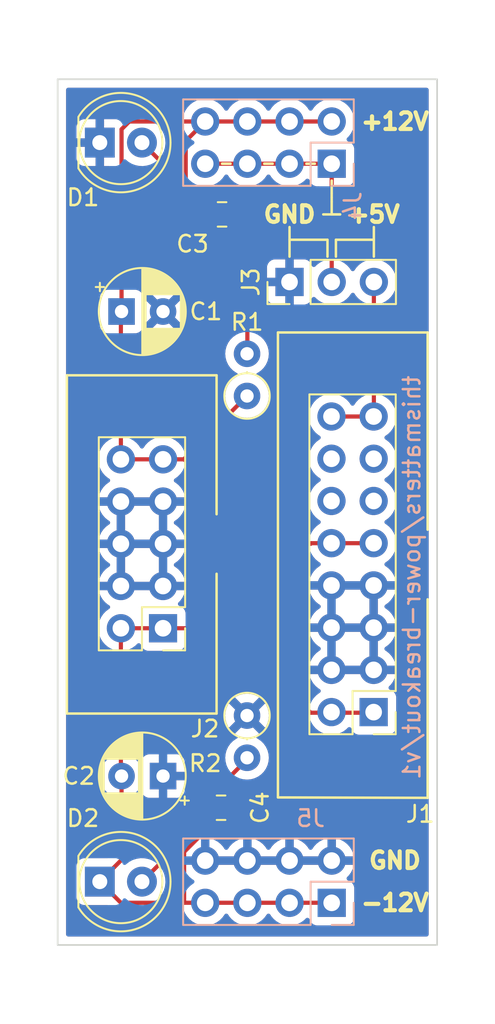
<source format=kicad_pcb>
(kicad_pcb (version 20211014) (generator pcbnew)
  (layers (0 "F.Cu" signal) (31 "B.Cu" signal) (34 "B.Paste" user) (35 "F.Paste" user) (36 "B.SilkS" user "B.Silkscreen") (37 "F.SilkS" user "F.Silkscreen") (38 "B.Mask" user) (39 "F.Mask" user) (44 "Edge.Cuts" user))
  (net 0 "")
  (net 1 "+12V")
  (net 2 "-12V")
  (net 3 "Net-(D1-Pad2)")
  (net 4 "Net-(D2-Pad2)")
  (net 9 "+5V")
  (net 10 "Net-(J3-Pad2)")
  (net 11 "GND")
  (footprint "Capacitor_SMD:C_0805_2012Metric" (layer "F.Cu") (at 100.015 116.205 180)
    (fp_text reference "C4" (at -2.352 0 90) (layer "F.SilkS"))
    (fp_text value "10n")
    (fp_line (start -0.261252 -0.735) (end 0.261252 -0.735) (layer "F.SilkS") (width 0.12))
    (fp_line (start -0.261252 0.735) (end 0.261252 0.735) (layer "F.SilkS") (width 0.12))
    (pad "1" smd roundrect (at -0.95 0 180) (size 1 1.45) (layers "F.Cu" "F.Paste" "F.Mask") (net 11 "GND"))
    (pad "2" smd roundrect (at 0.95 0 180) (size 1 1.45) (layers "F.Cu" "F.Paste" "F.Mask") (net 2 "-12V"))
  )
  (footprint "LED_THT:LED_D5.0mm" (layer "F.Cu") (at 92.71 120.65)
    (fp_text reference "D2" (at -1.016 -3.81) (layer "F.SilkS"))
    (fp_text value "LED")
    (fp_line (start -1.29 -1.545) (end -1.29 1.545) (layer "F.SilkS") (width 0.12))
    (fp_arc (start -1.29 -1.54483) (mid 2.072002 -2.880433) (end 4.26 0.000462) (layer "F.SilkS") (width 0.12))
    (fp_arc (start 4.26 -0.000462) (mid 2.072002 2.880433) (end -1.29 1.54483) (layer "F.SilkS") (width 0.12))
    (fp_circle (center 1.27 0) (end 3.77 0) (layer "F.SilkS") (width 0.12) (fill none))
    (pad "1" thru_hole rect (at 0 0) (size 1.8 1.8) (drill 0.9) (layers *.Cu *.Mask) (net 2 "-12V"))
    (pad "2" thru_hole circle (at 2.54 0) (size 1.8 1.8) (drill 0.9) (layers *.Cu *.Mask) (net 4 "Net-(D2-Pad2)"))
  )
  (footprint "Eurorack:PinHeader_2x05_P2.54mm_Vertical" (layer "F.Cu") (at 96.52 105.41 180)
    (fp_text reference "J2" (at -2.5273 -6.0452 180) (layer "F.SilkS"))
    (fp_text value "Conn_02x05_Odd_Even")
    (fp_line (start -1.33 1.27) (end -1.33 11.49) (layer "F.SilkS") (width 0.12))
    (fp_line (start -3.2258 -5.1308) (end 5.7912 -5.1308) (layer "F.SilkS") (width 0.15))
    (fp_line (start -1.33 0) (end -1.33 -1.33) (layer "F.SilkS") (width 0.12))
    (fp_line (start -3.2258 3.2766) (end -3.2258 -5.1308) (layer "F.SilkS") (width 0.15))
    (fp_line (start 5.7912 15.2146) (end -3.2258 15.2146) (layer "F.SilkS") (width 0.15))
    (fp_line (start -3.2258 15.2146) (end -3.2258 6.858) (layer "F.SilkS") (width 0.15))
    (fp_line (start 1.27 -1.33) (end 3.87 -1.33) (layer "F.SilkS") (width 0.12))
    (fp_line (start -1.33 -1.33) (end 0 -1.33) (layer "F.SilkS") (width 0.12))
    (fp_line (start 3.87 -1.33) (end 3.87 11.49) (layer "F.SilkS") (width 0.12))
    (fp_line (start 1.27 1.27) (end 1.27 -1.33) (layer "F.SilkS") (width 0.12))
    (fp_line (start -1.33 11.49) (end 3.87 11.49) (layer "F.SilkS") (width 0.12))
    (fp_line (start 5.7912 -5.1308) (end 5.7912 15.2146) (layer "F.SilkS") (width 0.15))
    (fp_line (start -1.33 1.27) (end 1.27 1.27) (layer "F.SilkS") (width 0.12))
    (pad "1" thru_hole rect (at 0 0 180) (size 1.7 1.7) (drill 1) (layers *.Cu *.Mask) (net 2 "-12V"))
    (pad "2" thru_hole oval (at 2.54 0 180) (size 1.7 1.7) (drill 1) (layers *.Cu *.Mask) (net 2 "-12V"))
    (pad "3" thru_hole oval (at 0 2.54 180) (size 1.7 1.7) (drill 1) (layers *.Cu *.Mask) (net 11 "GND"))
    (pad "4" thru_hole oval (at 2.54 2.54 180) (size 1.7 1.7) (drill 1) (layers *.Cu *.Mask) (net 11 "GND"))
    (pad "5" thru_hole oval (at 0 5.08 180) (size 1.7 1.7) (drill 1) (layers *.Cu *.Mask) (net 11 "GND"))
    (pad "6" thru_hole oval (at 2.54 5.08 180) (size 1.7 1.7) (drill 1) (layers *.Cu *.Mask) (net 11 "GND"))
    (pad "7" thru_hole oval (at 0 7.62 180) (size 1.7 1.7) (drill 1) (layers *.Cu *.Mask) (net 11 "GND"))
    (pad "8" thru_hole oval (at 2.54 7.62 180) (size 1.7 1.7) (drill 1) (layers *.Cu *.Mask) (net 11 "GND"))
    (pad "9" thru_hole oval (at 0 10.16 180) (size 1.7 1.7) (drill 1) (layers *.Cu *.Mask) (net 1 "+12V"))
    (pad "10" thru_hole oval (at 2.54 10.16 180) (size 1.7 1.7) (drill 1) (layers *.Cu *.Mask) (net 1 "+12V"))
  )
  (footprint "Resistor_THT:R_Axial_DIN0207_L6.3mm_D2.5mm_P2.54mm_Vertical" (layer "F.Cu") (at 101.58 91.44 90)
    (fp_text reference "R1" (at 4.445 0 180) (layer "F.SilkS"))
    (fp_text value "220")
    (fp_line (start 1.37 0) (end 1.44 0) (layer "F.SilkS") (width 0.12))
    (fp_circle (center 0 0) (end 1.37 0) (layer "F.SilkS") (width 0.12) (fill none))
    (pad "1" thru_hole circle (at 0 0 90) (size 1.6 1.6) (drill 0.8) (layers *.Cu *.Mask) (net 1 "+12V"))
    (pad "2" thru_hole oval (at 2.54 0 90) (size 1.6 1.6) (drill 0.8) (layers *.Cu *.Mask) (net 3 "Net-(D1-Pad2)"))
  )
  (footprint "Capacitor_SMD:C_0805_2012Metric" (layer "F.Cu") (at 100.076 80.518)
    (fp_text reference "C3" (at -1.778 1.778 180) (layer "F.SilkS"))
    (fp_text value "10n")
    (fp_line (start -0.261252 0.735) (end 0.261252 0.735) (layer "F.SilkS") (width 0.12))
    (fp_line (start -0.261252 -0.735) (end 0.261252 -0.735) (layer "F.SilkS") (width 0.12))
    (pad "1" smd roundrect (at -0.95 0) (size 1 1.45) (layers "F.Cu" "F.Paste" "F.Mask") (net 1 "+12V"))
    (pad "2" smd roundrect (at 0.95 0) (size 1 1.45) (layers "F.Cu" "F.Paste" "F.Mask") (net 11 "GND"))
  )
  (footprint "Connector_PinHeader_2.54mm:PinHeader_1x03_P2.54mm_Vertical" (layer "F.Cu") (at 104.14 84.582 90)
    (fp_text reference "J3" (at 0 -2.33 90) (layer "F.SilkS"))
    (fp_text value "Conn_01x03_Male")
    (fp_line (start -1.33 -1.33) (end 0 -1.33) (layer "F.SilkS") (width 0.12))
    (fp_line (start -1.33 1.27) (end -1.33 6.41) (layer "F.SilkS") (width 0.12))
    (fp_line (start -1.33 0) (end -1.33 -1.33) (layer "F.SilkS") (width 0.12))
    (fp_line (start -1.33 1.27) (end 1.33 1.27) (layer "F.SilkS") (width 0.12))
    (fp_line (start -1.33 6.41) (end 1.33 6.41) (layer "F.SilkS") (width 0.12))
    (fp_line (start 1.33 1.27) (end 1.33 6.41) (layer "F.SilkS") (width 0.12))
    (pad "1" thru_hole rect (at 0 0 90) (size 1.7 1.7) (drill 1) (layers *.Cu *.Mask) (net 11 "GND"))
    (pad "2" thru_hole oval (at 0 2.54 90) (size 1.7 1.7) (drill 1) (layers *.Cu *.Mask) (net 10 "Net-(J3-Pad2)"))
    (pad "3" thru_hole oval (at 0 5.08 90) (size 1.7 1.7) (drill 1) (layers *.Cu *.Mask) (net 9 "+5V"))
  )
  (footprint "LED_THT:LED_D5.0mm" (layer "F.Cu") (at 92.71 76.2)
    (fp_text reference "D1" (at -1.016 3.302) (layer "F.SilkS"))
    (fp_text value "LED")
    (fp_line (start -1.29 -1.545) (end -1.29 1.545) (layer "F.SilkS") (width 0.12))
    (fp_arc (start -1.29 -1.54483) (mid 2.072002 -2.880433) (end 4.26 0.000462) (layer "F.SilkS") (width 0.12))
    (fp_arc (start 4.26 -0.000462) (mid 2.072002 2.880433) (end -1.29 1.54483) (layer "F.SilkS") (width 0.12))
    (fp_circle (center 1.27 0) (end 3.77 0) (layer "F.SilkS") (width 0.12) (fill none))
    (pad "1" thru_hole rect (at 0 0) (size 1.8 1.8) (drill 0.9) (layers *.Cu *.Mask) (net 11 "GND"))
    (pad "2" thru_hole circle (at 2.54 0) (size 1.8 1.8) (drill 0.9) (layers *.Cu *.Mask) (net 3 "Net-(D1-Pad2)"))
  )
  (footprint "Eurorack:PinHeader_2x08_P2.54mm_Vertical" (layer "F.Cu") (at 109.2073 110.4542 180)
    (fp_text reference "J1" (at -2.8067 -6.1318 180) (layer "F.SilkS"))
    (fp_text value "Conn_02x08_Odd_Even")
    (fp_line (start -3.2512 6.7818) (end -3.2512 -5.1562) (layer "F.SilkS") (width 0.15))
    (fp_line (start -1.33 1.27) (end -1.33 19.11) (layer "F.SilkS") (width 0.12))
    (fp_line (start -1.33 0) (end -1.33 -1.33) (layer "F.SilkS") (width 0.12))
    (fp_line (start 5.7658 22.8346) (end -3.2512 22.8346) (layer "F.SilkS") (width 0.15))
    (fp_line (start 1.27 1.27) (end 1.27 -1.33) (layer "F.SilkS") (width 0.12))
    (fp_line (start 3.87 -1.33) (end 3.87 19.11) (layer "F.SilkS") (width 0.12))
    (fp_line (start -1.33 1.27) (end 1.27 1.27) (layer "F.SilkS") (width 0.12))
    (fp_line (start -3.2512 22.8346) (end -3.2512 10.9728) (layer "F.SilkS") (width 0.15))
    (fp_line (start -1.33 -1.33) (end 0 -1.33) (layer "F.SilkS") (width 0.12))
    (fp_line (start 1.27 -1.33) (end 3.87 -1.33) (layer "F.SilkS") (width 0.12))
    (fp_line (start -1.33 19.11) (end 3.87 19.11) (layer "F.SilkS") (width 0.12))
    (fp_line (start 5.7658 -5.1308) (end 5.7658 22.8346) (layer "F.SilkS") (width 0.15))
    (fp_line (start -3.2512 -5.1562) (end 5.7658 -5.1308) (layer "F.SilkS") (width 0.15))
    (pad "1" thru_hole rect (at 0 0 180) (size 1.7 1.7) (drill 1) (layers *.Cu *.Mask) (net 2 "-12V"))
    (pad "2" thru_hole oval (at 2.54 0 180) (size 1.7 1.7) (drill 1) (layers *.Cu *.Mask) (net 2 "-12V"))
    (pad "3" thru_hole oval (at 0 2.54 180) (size 1.7 1.7) (drill 1) (layers *.Cu *.Mask) (net 11 "GND"))
    (pad "4" thru_hole oval (at 2.54 2.54 180) (size 1.7 1.7) (drill 1) (layers *.Cu *.Mask) (net 11 "GND"))
    (pad "5" thru_hole oval (at 0 5.08 180) (size 1.7 1.7) (drill 1) (layers *.Cu *.Mask) (net 11 "GND"))
    (pad "6" thru_hole oval (at 2.54 5.08 180) (size 1.7 1.7) (drill 1) (layers *.Cu *.Mask) (net 11 "GND"))
    (pad "7" thru_hole oval (at 0 7.62 180) (size 1.7 1.7) (drill 1) (layers *.Cu *.Mask) (net 11 "GND"))
    (pad "8" thru_hole oval (at 2.54 7.62 180) (size 1.7 1.7) (drill 1) (layers *.Cu *.Mask) (net 11 "GND"))
    (pad "9" thru_hole oval (at 0 10.16 180) (size 1.7 1.7) (drill 1) (layers *.Cu *.Mask) (net 1 "+12V"))
    (pad "10" thru_hole oval (at 2.54 10.16 180) (size 1.7 1.7) (drill 1) (layers *.Cu *.Mask) (net 1 "+12V"))
    (pad "11" thru_hole oval (at 0 12.7 180) (size 1.7 1.7) (drill 1) (layers *.Cu *.Mask))
    (pad "12" thru_hole oval (at 2.54 12.7 180) (size 1.7 1.7) (drill 1) (layers *.Cu *.Mask))
    (pad "13" thru_hole oval (at 0 15.24 180) (size 1.7 1.7) (drill 1) (layers *.Cu *.Mask))
    (pad "14" thru_hole oval (at 2.54 15.24 180) (size 1.7 1.7) (drill 1) (layers *.Cu *.Mask))
    (pad "15" thru_hole oval (at 0 17.78 180) (size 1.7 1.7) (drill 1) (layers *.Cu *.Mask) (net 9 "+5V"))
    (pad "16" thru_hole oval (at 2.54 17.78 180) (size 1.7 1.7) (drill 1) (layers *.Cu *.Mask) (net 9 "+5V"))
  )
  (footprint "Capacitor_THT:CP_Radial_D5.0mm_P2.50mm" (layer "F.Cu") (at 96.52 114.3 180)
    (fp_text reference "C2" (at 5.08 0) (layer "F.SilkS"))
    (fp_text value "22u 50v")
    (fp_line (start 2.291 -2.365) (end 2.291 -1.04) (layer "F.SilkS") (width 0.12))
    (fp_line (start 1.81 1.04) (end 1.81 2.52) (layer "F.SilkS") (width 0.12))
    (fp_line (start 2.251 -2.382) (end 2.251 -1.04) (layer "F.SilkS") (width 0.12))
    (fp_line (start 1.53 -2.565) (end 1.53 -1.04) (layer "F.SilkS") (width 0.12))
    (fp_line (start 2.931 -1.971) (end 2.931 -1.04) (layer "F.SilkS") (width 0.12))
    (fp_line (start 1.89 -2.501) (end 1.89 -1.04) (layer "F.SilkS") (width 0.12))
    (fp_line (start 3.491 1.04) (end 3.491 1.319) (layer "F.SilkS") (width 0.12))
    (fp_line (start 1.49 1.04) (end 1.49 2.569) (layer "F.SilkS") (width 0.12))
    (fp_line (start 1.93 -2.491) (end 1.93 -1.04) (layer "F.SilkS") (width 0.12))
    (fp_line (start 3.091 1.04) (end 3.091 1.826) (layer "F.SilkS") (width 0.12))
    (fp_line (start 2.651 1.04) (end 2.651 2.175) (layer "F.SilkS") (width 0.12))
    (fp_line (start 1.41 -2.576) (end 1.41 2.576) (layer "F.SilkS") (width 0.12))
    (fp_line (start 2.611 -2.2) (end 2.611 -1.04) (layer "F.SilkS") (width 0.12))
    (fp_line (start 1.25 -2.58) (end 1.25 2.58) (layer "F.SilkS") (width 0.12))
    (fp_line (start 2.571 -2.224) (end 2.571 -1.04) (layer "F.SilkS") (width 0.12))
    (fp_line (start 3.131 1.04) (end 3.131 1.785) (layer "F.SilkS") (width 0.12))
    (fp_line (start 2.411 -2.31) (end 2.411 -1.04) (layer "F.SilkS") (width 0.12))
    (fp_line (start 2.331 1.04) (end 2.331 2.348) (layer "F.SilkS") (width 0.12))
    (fp_line (start 2.291 1.04) (end 2.291 2.365) (layer "F.SilkS") (width 0.12))
    (fp_line (start 2.851 1.04) (end 2.851 2.035) (layer "F.SilkS") (width 0.12))
    (fp_line (start 3.171 -1.743) (end 3.171 -1.04) (layer "F.SilkS") (width 0.12))
    (fp_line (start 2.371 1.04) (end 2.371 2.329) (layer "F.SilkS") (width 0.12))
    (fp_line (start 3.331 1.04) (end 3.331 1.554) (layer "F.SilkS") (width 0.12))
    (fp_line (start 1.971 -2.48) (end 1.971 -1.04) (layer "F.SilkS") (width 0.12))
    (fp_line (start 3.051 1.04) (end 3.051 1.864) (layer "F.SilkS") (width 0.12))
    (fp_line (start 3.411 -1.443) (end 3.411 -1.04) (layer "F.SilkS") (width 0.12))
    (fp_line (start 1.73 -2.536) (end 1.73 -1.04) (layer "F.SilkS") (width 0.12))
    (fp_line (start 1.89 1.04) (end 1.89 2.501) (layer "F.SilkS") (width 0.12))
    (fp_line (start 2.891 1.04) (end 2.891 2.004) (layer "F.SilkS") (width 0.12))
    (fp_line (start 1.69 1.04) (end 1.69 2.543) (layer "F.SilkS") (width 0.12))
    (fp_line (start 2.371 -2.329) (end 2.371 -1.04) (layer "F.SilkS") (width 0.12))
    (fp_line (start 3.211 1.04) (end 3.211 1.699) (layer "F.SilkS") (width 0.12))
    (fp_line (start 2.531 1.04) (end 2.531 2.247) (layer "F.SilkS") (width 0.12))
    (fp_line (start 1.33 -2.579) (end 1.33 2.579) (layer "F.SilkS") (width 0.12))
    (fp_line (start 2.651 -2.175) (end 2.651 -1.04) (layer "F.SilkS") (width 0.12))
    (fp_line (start 1.61 -2.556) (end 1.61 -1.04) (layer "F.SilkS") (width 0.12))
    (fp_line (start 3.291 -1.605) (end 3.291 -1.04) (layer "F.SilkS") (width 0.12))
    (fp_line (start 1.65 -2.55) (end 1.65 -1.04) (layer "F.SilkS") (width 0.12))
    (fp_line (start 1.85 1.04) (end 1.85 2.511) (layer "F.SilkS") (width 0.12))
    (fp_line (start 2.131 -2.428) (end 2.131 -1.04) (layer "F.SilkS") (width 0.12))
    (fp_line (start 3.011 -1.901) (end 3.011 -1.04) (layer "F.SilkS") (width 0.12))
    (fp_line (start 2.131 1.04) (end 2.131 2.428) (layer "F.SilkS") (width 0.12))
    (fp_line (start 2.771 1.04) (end 2.771 2.095) (layer "F.SilkS") (width 0.12))
    (fp_line (start 3.451 1.04) (end 3.451 1.383) (layer "F.SilkS") (width 0.12))
    (fp_line (start 1.29 -2.58) (end 1.29 2.58) (layer "F.SilkS") (width 0.12))
    (fp_line (start 3.291 1.04) (end 3.291 1.605) (layer "F.SilkS") (width 0.12))
    (fp_line (start 1.93 1.04) (end 1.93 2.491) (layer "F.SilkS") (width 0.12))
    (fp_line (start 1.57 -2.561) (end 1.57 -1.04) (layer "F.SilkS") (width 0.12))
    (fp_line (start 1.69 -2.543) (end 1.69 -1.04) (layer "F.SilkS") (width 0.12))
    (fp_line (start 3.571 -1.178) (end 3.571 1.178) (layer "F.SilkS") (width 0.12))
    (fp_line (start 2.091 1.04) (end 2.091 2.442) (layer "F.SilkS") (width 0.12))
    (fp_line (start 3.771 -0.677) (end 3.771 0.677) (layer "F.SilkS") (width 0.12))
    (fp_line (start 2.491 -2.268) (end 2.491 -1.04) (layer "F.SilkS") (width 0.12))
    (fp_line (start 3.491 -1.319) (end 3.491 -1.04) (layer "F.SilkS") (width 0.12))
    (fp_line (start 2.211 1.04) (end 2.211 2.398) (layer "F.SilkS") (width 0.12))
    (fp_line (start 1.81 -2.52) (end 1.81 -1.04) (layer "F.SilkS") (width 0.12))
    (fp_line (start 3.211 -1.699) (end 3.211 -1.04) (layer "F.SilkS") (width 0.12))
    (fp_line (start 3.251 1.04) (end 3.251 1.653) (layer "F.SilkS") (width 0.12))
    (fp_line (start 3.531 -1.251) (end 3.531 -1.04) (layer "F.SilkS") (width 0.12))
    (fp_line (start 2.771 -2.095) (end 2.771 -1.04) (layer "F.SilkS") (width 0.12))
    (fp_line (start 2.451 -2.29) (end 2.451 -1.04) (layer "F.SilkS") (width 0.12))
    (fp_line (start 1.57 1.04) (end 1.57 2.561) (layer "F.SilkS") (width 0.12))
    (fp_line (start 3.371 1.04) (end 3.371 1.5) (layer "F.SilkS") (width 0.12))
    (fp_line (start 2.611 1.04) (end 2.611 2.2) (layer "F.SilkS") (width 0.12))
    (fp_line (start 3.691 -0.915) (end 3.691 0.915) (layer "F.SilkS") (width 0.12))
    (fp_line (start 3.411 1.04) (end 3.411 1.443) (layer "F.SilkS") (width 0.12))
    (fp_line (start -1.554775 -1.475) (end -1.054775 -1.475) (layer "F.SilkS") (width 0.12))
    (fp_line (start 2.691 1.04) (end 2.691 2.149) (layer "F.SilkS") (width 0.12))
    (fp_line (start 2.851 -2.035) (end 2.851 -1.04) (layer "F.SilkS") (width 0.12))
    (fp_line (start 3.531 1.04) (end 3.531 1.251) (layer "F.SilkS") (width 0.12))
    (fp_line (start 2.571 1.04) (end 2.571 2.224) (layer "F.SilkS") (width 0.12))
    (fp_line (start 2.171 -2.414) (end 2.171 -1.04) (layer "F.SilkS") (width 0.12))
    (fp_line (start 3.811 -0.518) (end 3.811 0.518) (layer "F.SilkS") (width 0.12))
    (fp_line (start 2.811 1.04) (end 2.811 2.065) (layer "F.SilkS") (width 0.12))
    (fp_line (start 2.331 -2.348) (end 2.331 -1.04) (layer "F.SilkS") (width 0.12))
    (fp_line (start 2.011 -2.468) (end 2.011 -1.04) (layer "F.SilkS") (width 0.12))
    (fp_line (start 1.77 -2.528) (end 1.77 -1.04) (layer "F.SilkS") (width 0.12))
    (fp_line (start 2.251 1.04) (end 2.251 2.382) (layer "F.SilkS") (width 0.12))
    (fp_line (start 2.411 1.04) (end 2.411 2.31) (layer "F.SilkS") (width 0.12))
    (fp_line (start 1.61 1.04) (end 1.61 2.556) (layer "F.SilkS") (width 0.12))
    (fp_line (start 2.891 -2.004) (end 2.891 -1.04) (layer "F.SilkS") (width 0.12))
    (fp_line (start 3.091 -1.826) (end 3.091 -1.04) (layer "F.SilkS") (width 0.12))
    (fp_line (start 3.731 -0.805) (end 3.731 0.805) (layer "F.SilkS") (width 0.12))
    (fp_line (start 3.611 -1.098) (end 3.611 1.098) (layer "F.SilkS") (width 0.12))
    (fp_line (start 2.011 1.04) (end 2.011 2.468) (layer "F.SilkS") (width 0.12))
    (fp_line (start 2.491 1.04) (end 2.491 2.268) (layer "F.SilkS") (width 0.12))
    (fp_line (start 3.251 -1.653) (end 3.251 -1.04) (layer "F.SilkS") (width 0.12))
    (fp_line (start 3.171 1.04) (end 3.171 1.743) (layer "F.SilkS") (width 0.12))
    (fp_line (start 1.37 -2.578) (end 1.37 2.578) (layer "F.SilkS") (width 0.12))
    (fp_line (start 1.85 -2.511) (end 1.85 -1.04) (layer "F.SilkS") (width 0.12))
    (fp_line (start 2.051 1.04) (end 2.051 2.455) (layer "F.SilkS") (width 0.12))
    (fp_line (start 2.931 1.04) (end 2.931 1.971) (layer "F.SilkS") (width 0.12))
    (fp_line (start 1.65 1.04) (end 1.65 2.55) (layer "F.SilkS") (width 0.12))
    (fp_line (start 2.091 -2.442) (end 2.091 -1.04) (layer "F.SilkS") (width 0.12))
    (fp_line (start 1.49 -2.569) (end 1.49 -1.04) (layer "F.SilkS") (width 0.12))
    (fp_line (start 3.651 -1.011) (end 3.651 1.011) (layer "F.SilkS") (width 0.12))
    (fp_line (start 2.971 1.04) (end 2.971 1.937) (layer "F.SilkS") (width 0.12))
    (fp_line (start 2.211 -2.398) (end 2.211 -1.04) (layer "F.SilkS") (width 0.12))
    (fp_line (start 3.011 1.04) (end 3.011 1.901) (layer "F.SilkS") (width 0.12))
    (fp_line (start 2.811 -2.065) (end 2.811 -1.04) (layer "F.SilkS") (width 0.12))
    (fp_line (start 2.051 -2.455) (end 2.051 -1.04) (layer "F.SilkS") (width 0.12))
    (fp_line (start 3.131 -1.785) (end 3.131 -1.04) (layer "F.SilkS") (width 0.12))
    (fp_line (start 3.851 -0.284) (end 3.851 0.284) (layer "F.SilkS") (width 0.12))
    (fp_line (start 2.971 -1.937) (end 2.971 -1.04) (layer "F.SilkS") (width 0.12))
    (fp_line (start 1.53 1.04) (end 1.53 2.565) (layer "F.SilkS") (width 0.12))
    (fp_line (start 3.051 -1.864) (end 3.051 -1.04) (layer "F.SilkS") (width 0.12))
    (fp_line (start 1.77 1.04) (end 1.77 2.528) (layer "F.SilkS") (width 0.12))
    (fp_line (start 2.171 1.04) (end 2.171 2.414) (layer "F.SilkS") (width 0.12))
    (fp_line (start 2.691 -2.149) (end 2.691 -1.04) (layer "F.SilkS") (width 0.12))
    (fp_line (start 1.971 1.04) (end 1.971 2.48) (layer "F.SilkS") (width 0.12))
    (fp_line (start 2.451 1.04) (end 2.451 2.29) (layer "F.SilkS") (width 0.12))
    (fp_line (start -1.304775 -1.725) (end -1.304775 -1.225) (layer "F.SilkS") (width 0.12))
    (fp_line (start 2.531 -2.247) (end 2.531 -1.04) (layer "F.SilkS") (width 0.12))
    (fp_line (start 3.451 -1.383) (end 3.451 -1.04) (layer "F.SilkS") (width 0.12))
    (fp_line (start 3.331 -1.554) (end 3.331 -1.04) (layer "F.SilkS") (width 0.12))
    (fp_line (start 1.45 -2.573) (end 1.45 2.573) (layer "F.SilkS") (width 0.12))
    (fp_line (start 1.73 1.04) (end 1.73 2.536) (layer "F.SilkS") (width 0.12))
    (fp_line (start 2.731 1.04) (end 2.731 2.122) (layer "F.SilkS") (width 0.12))
    (fp_line (start 2.731 -2.122) (end 2.731 -1.04) (layer "F.SilkS") (width 0.12))
    (fp_line (start 3.371 -1.5) (end 3.371 -1.04) (layer "F.SilkS") (width 0.12))
    (fp_circle (center 1.25 0) (end 3.87 0) (layer "F.SilkS") (width 0.12) (fill none))
    (pad "1" thru_hole rect (at 0 0 180) (size 1.6 1.6) (drill 0.8) (layers *.Cu *.Mask) (net 11 "GND"))
    (pad "2" thru_hole circle (at 2.5 0 180) (size 1.6 1.6) (drill 0.8) (layers *.Cu *.Mask) (net 2 "-12V"))
  )
  (footprint "Resistor_THT:R_Axial_DIN0207_L6.3mm_D2.5mm_P2.54mm_Vertical" (layer "F.Cu") (at 101.58 110.66 -90)
    (fp_text reference "R2" (at 2.878 2.52 180) (layer "F.SilkS"))
    (fp_text value "220")
    (fp_line (start 1.37 0) (end 1.44 0) (layer "F.SilkS") (width 0.12))
    (fp_circle (center 0 0) (end 1.37 0) (layer "F.SilkS") (width 0.12) (fill none))
    (pad "1" thru_hole circle (at 0 0 270) (size 1.6 1.6) (drill 0.8) (layers *.Cu *.Mask) (net 11 "GND"))
    (pad "2" thru_hole oval (at 2.54 0 270) (size 1.6 1.6) (drill 0.8) (layers *.Cu *.Mask) (net 4 "Net-(D2-Pad2)"))
  )
  (footprint "Capacitor_THT:CP_Radial_D5.0mm_P2.50mm" (layer "F.Cu") (at 94.02 86.36)
    (fp_text reference "C1" (at 5.08 0) (layer "F.SilkS"))
    (fp_text value "22u 50v")
    (fp_line (start 2.851 1.04) (end 2.851 2.035) (layer "F.SilkS") (width 0.12))
    (fp_line (start 2.931 -1.971) (end 2.931 -1.04) (layer "F.SilkS") (width 0.12))
    (fp_line (start 2.491 -2.268) (end 2.491 -1.04) (layer "F.SilkS") (width 0.12))
    (fp_line (start 2.051 -2.455) (end 2.051 -1.04) (layer "F.SilkS") (width 0.12))
    (fp_line (start 3.811 -0.518) (end 3.811 0.518) (layer "F.SilkS") (width 0.12))
    (fp_line (start 3.251 1.04) (end 3.251 1.653) (layer "F.SilkS") (width 0.12))
    (fp_line (start 1.81 1.04) (end 1.81 2.52) (layer "F.SilkS") (width 0.12))
    (fp_line (start 2.331 1.04) (end 2.331 2.348) (layer "F.SilkS") (width 0.12))
    (fp_line (start 3.491 1.04) (end 3.491 1.319) (layer "F.SilkS") (width 0.12))
    (fp_line (start 2.251 1.04) (end 2.251 2.382) (layer "F.SilkS") (width 0.12))
    (fp_line (start 2.971 1.04) (end 2.971 1.937) (layer "F.SilkS") (width 0.12))
    (fp_line (start 2.971 -1.937) (end 2.971 -1.04) (layer "F.SilkS") (width 0.12))
    (fp_line (start 2.651 -2.175) (end 2.651 -1.04) (layer "F.SilkS") (width 0.12))
    (fp_line (start 3.171 1.04) (end 3.171 1.743) (layer "F.SilkS") (width 0.12))
    (fp_line (start 1.49 1.04) (end 1.49 2.569) (layer "F.SilkS") (width 0.12))
    (fp_line (start 3.011 1.04) (end 3.011 1.901) (layer "F.SilkS") (width 0.12))
    (fp_line (start 1.81 -2.52) (end 1.81 -1.04) (layer "F.SilkS") (width 0.12))
    (fp_line (start 2.011 1.04) (end 2.011 2.468) (layer "F.SilkS") (width 0.12))
    (fp_line (start 2.331 -2.348) (end 2.331 -1.04) (layer "F.SilkS") (width 0.12))
    (fp_line (start 2.091 -2.442) (end 2.091 -1.04) (layer "F.SilkS") (width 0.12))
    (fp_line (start 2.131 1.04) (end 2.131 2.428) (layer "F.SilkS") (width 0.12))
    (fp_line (start 1.69 -2.543) (end 1.69 -1.04) (layer "F.SilkS") (width 0.12))
    (fp_line (start 2.531 1.04) (end 2.531 2.247) (layer "F.SilkS") (width 0.12))
    (fp_line (start 1.61 1.04) (end 1.61 2.556) (layer "F.SilkS") (width 0.12))
    (fp_line (start 2.371 1.04) (end 2.371 2.329) (layer "F.SilkS") (width 0.12))
    (fp_line (start 3.851 -0.284) (end 3.851 0.284) (layer "F.SilkS") (width 0.12))
    (fp_line (start 3.611 -1.098) (end 3.611 1.098) (layer "F.SilkS") (width 0.12))
    (fp_line (start -1.304775 -1.725) (end -1.304775 -1.225) (layer "F.SilkS") (width 0.12))
    (fp_line (start 2.251 -2.382) (end 2.251 -1.04) (layer "F.SilkS") (width 0.12))
    (fp_line (start 2.171 -2.414) (end 2.171 -1.04) (layer "F.SilkS") (width 0.12))
    (fp_line (start 1.77 1.04) (end 1.77 2.528) (layer "F.SilkS") (width 0.12))
    (fp_line (start 2.491 1.04) (end 2.491 2.268) (layer "F.SilkS") (width 0.12))
    (fp_line (start 2.291 -2.365) (end 2.291 -1.04) (layer "F.SilkS") (width 0.12))
    (fp_line (start 1.85 1.04) (end 1.85 2.511) (layer "F.SilkS") (width 0.12))
    (fp_line (start 3.451 1.04) (end 3.451 1.383) (layer "F.SilkS") (width 0.12))
    (fp_line (start 3.251 -1.653) (end 3.251 -1.04) (layer "F.SilkS") (width 0.12))
    (fp_line (start 3.731 -0.805) (end 3.731 0.805) (layer "F.SilkS") (width 0.12))
    (fp_line (start 2.451 -2.29) (end 2.451 -1.04) (layer "F.SilkS") (width 0.12))
    (fp_line (start 1.49 -2.569) (end 1.49 -1.04) (layer "F.SilkS") (width 0.12))
    (fp_line (start 3.291 1.04) (end 3.291 1.605) (layer "F.SilkS") (width 0.12))
    (fp_line (start 1.41 -2.576) (end 1.41 2.576) (layer "F.SilkS") (width 0.12))
    (fp_line (start 3.091 -1.826) (end 3.091 -1.04) (layer "F.SilkS") (width 0.12))
    (fp_line (start 1.89 -2.501) (end 1.89 -1.04) (layer "F.SilkS") (width 0.12))
    (fp_line (start 1.45 -2.573) (end 1.45 2.573) (layer "F.SilkS") (width 0.12))
    (fp_line (start 2.171 1.04) (end 2.171 2.414) (layer "F.SilkS") (width 0.12))
    (fp_line (start 2.771 -2.095) (end 2.771 -1.04) (layer "F.SilkS") (width 0.12))
    (fp_line (start 3.131 1.04) (end 3.131 1.785) (layer "F.SilkS") (width 0.12))
    (fp_line (start 2.691 1.04) (end 2.691 2.149) (layer "F.SilkS") (width 0.12))
    (fp_line (start 2.211 -2.398) (end 2.211 -1.04) (layer "F.SilkS") (width 0.12))
    (fp_line (start 2.811 -2.065) (end 2.811 -1.04) (layer "F.SilkS") (width 0.12))
    (fp_line (start 2.131 -2.428) (end 2.131 -1.04) (layer "F.SilkS") (width 0.12))
    (fp_line (start 2.531 -2.247) (end 2.531 -1.04) (layer "F.SilkS") (width 0.12))
    (fp_line (start 2.211 1.04) (end 2.211 2.398) (layer "F.SilkS") (width 0.12))
    (fp_line (start 1.89 1.04) (end 1.89 2.501) (layer "F.SilkS") (width 0.12))
    (fp_line (start 2.731 -2.122) (end 2.731 -1.04) (layer "F.SilkS") (width 0.12))
    (fp_line (start 2.091 1.04) (end 2.091 2.442) (layer "F.SilkS") (width 0.12))
    (fp_line (start 3.131 -1.785) (end 3.131 -1.04) (layer "F.SilkS") (width 0.12))
    (fp_line (start 1.73 -2.536) (end 1.73 -1.04) (layer "F.SilkS") (width 0.12))
    (fp_line (start 3.211 -1.699) (end 3.211 -1.04) (layer "F.SilkS") (width 0.12))
    (fp_line (start 1.971 -2.48) (end 1.971 -1.04) (layer "F.SilkS") (width 0.12))
    (fp_line (start 2.411 -2.31) (end 2.411 -1.04) (layer "F.SilkS") (width 0.12))
    (fp_line (start 2.571 -2.224) (end 2.571 -1.04) (layer "F.SilkS") (width 0.12))
    (fp_line (start 1.29 -2.58) (end 1.29 2.58) (layer "F.SilkS") (width 0.12))
    (fp_line (start 1.93 1.04) (end 1.93 2.491) (layer "F.SilkS") (width 0.12))
    (fp_line (start 2.451 1.04) (end 2.451 2.29) (layer "F.SilkS") (width 0.12))
    (fp_line (start 3.331 -1.554) (end 3.331 -1.04) (layer "F.SilkS") (width 0.12))
    (fp_line (start 3.171 -1.743) (end 3.171 -1.04) (layer "F.SilkS") (width 0.12))
    (fp_line (start 2.651 1.04) (end 2.651 2.175) (layer "F.SilkS") (width 0.12))
    (fp_line (start 1.77 -2.528) (end 1.77 -1.04) (layer "F.SilkS") (width 0.12))
    (fp_line (start 3.411 1.04) (end 3.411 1.443) (layer "F.SilkS") (width 0.12))
    (fp_line (start 2.411 1.04) (end 2.411 2.31) (layer "F.SilkS") (width 0.12))
    (fp_line (start 1.53 1.04) (end 1.53 2.565) (layer "F.SilkS") (width 0.12))
    (fp_line (start 3.011 -1.901) (end 3.011 -1.04) (layer "F.SilkS") (width 0.12))
    (fp_line (start 2.891 1.04) (end 2.891 2.004) (layer "F.SilkS") (width 0.12))
    (fp_line (start 3.291 -1.605) (end 3.291 -1.04) (layer "F.SilkS") (width 0.12))
    (fp_line (start 2.811 1.04) (end 2.811 2.065) (layer "F.SilkS") (width 0.12))
    (fp_line (start -1.554775 -1.475) (end -1.054775 -1.475) (layer "F.SilkS") (width 0.12))
    (fp_line (start 2.731 1.04) (end 2.731 2.122) (layer "F.SilkS") (width 0.12))
    (fp_line (start 1.25 -2.58) (end 1.25 2.58) (layer "F.SilkS") (width 0.12))
    (fp_line (start 3.411 -1.443) (end 3.411 -1.04) (layer "F.SilkS") (width 0.12))
    (fp_line (start 1.33 -2.579) (end 1.33 2.579) (layer "F.SilkS") (width 0.12))
    (fp_line (start 1.65 -2.55) (end 1.65 -1.04) (layer "F.SilkS") (width 0.12))
    (fp_line (start 2.611 1.04) (end 2.611 2.2) (layer "F.SilkS") (width 0.12))
    (fp_line (start 1.85 -2.511) (end 1.85 -1.04) (layer "F.SilkS") (width 0.12))
    (fp_line (start 3.051 1.04) (end 3.051 1.864) (layer "F.SilkS") (width 0.12))
    (fp_line (start 3.371 1.04) (end 3.371 1.5) (layer "F.SilkS") (width 0.12))
    (fp_line (start 2.771 1.04) (end 2.771 2.095) (layer "F.SilkS") (width 0.12))
    (fp_line (start 3.091 1.04) (end 3.091 1.826) (layer "F.SilkS") (width 0.12))
    (fp_line (start 2.931 1.04) (end 2.931 1.971) (layer "F.SilkS") (width 0.12))
    (fp_line (start 3.051 -1.864) (end 3.051 -1.04) (layer "F.SilkS") (width 0.12))
    (fp_line (start 2.571 1.04) (end 2.571 2.224) (layer "F.SilkS") (width 0.12))
    (fp_line (start 3.771 -0.677) (end 3.771 0.677) (layer "F.SilkS") (width 0.12))
    (fp_line (start 1.971 1.04) (end 1.971 2.48) (layer "F.SilkS") (width 0.12))
    (fp_line (start 3.491 -1.319) (end 3.491 -1.04) (layer "F.SilkS") (width 0.12))
    (fp_line (start 3.371 -1.5) (end 3.371 -1.04) (layer "F.SilkS") (width 0.12))
    (fp_line (start 1.69 1.04) (end 1.69 2.543) (layer "F.SilkS") (width 0.12))
    (fp_line (start 2.691 -2.149) (end 2.691 -1.04) (layer "F.SilkS") (width 0.12))
    (fp_line (start 3.691 -0.915) (end 3.691 0.915) (layer "F.SilkS") (width 0.12))
    (fp_line (start 2.891 -2.004) (end 2.891 -1.04) (layer "F.SilkS") (width 0.12))
    (fp_line (start 1.57 -2.561) (end 1.57 -1.04) (layer "F.SilkS") (width 0.12))
    (fp_line (start 3.651 -1.011) (end 3.651 1.011) (layer "F.SilkS") (width 0.12))
    (fp_line (start 2.851 -2.035) (end 2.851 -1.04) (layer "F.SilkS") (width 0.12))
    (fp_line (start 3.531 -1.251) (end 3.531 -1.04) (layer "F.SilkS") (width 0.12))
    (fp_line (start 3.571 -1.178) (end 3.571 1.178) (layer "F.SilkS") (width 0.12))
    (fp_line (start 1.53 -2.565) (end 1.53 -1.04) (layer "F.SilkS") (width 0.12))
    (fp_line (start 1.73 1.04) (end 1.73 2.536) (layer "F.SilkS") (width 0.12))
    (fp_line (start 2.011 -2.468) (end 2.011 -1.04) (layer "F.SilkS") (width 0.12))
    (fp_line (start 3.531 1.04) (end 3.531 1.251) (layer "F.SilkS") (width 0.12))
    (fp_line (start 2.291 1.04) (end 2.291 2.365) (layer "F.SilkS") (width 0.12))
    (fp_line (start 2.371 -2.329) (end 2.371 -1.04) (layer "F.SilkS") (width 0.12))
    (fp_line (start 3.211 1.04) (end 3.211 1.699) (layer "F.SilkS") (width 0.12))
    (fp_line (start 1.61 -2.556) (end 1.61 -1.04) (layer "F.SilkS") (width 0.12))
    (fp_line (start 2.611 -2.2) (end 2.611 -1.04) (layer "F.SilkS") (width 0.12))
    (fp_line (start 2.051 1.04) (end 2.051 2.455) (layer "F.SilkS") (width 0.12))
    (fp_line (start 1.93 -2.491) (end 1.93 -1.04) (layer "F.SilkS") (width 0.12))
    (fp_line (start 3.451 -1.383) (end 3.451 -1.04) (layer "F.SilkS") (width 0.12))
    (fp_line (start 1.65 1.04) (end 1.65 2.55) (layer "F.SilkS") (width 0.12))
    (fp_line (start 1.37 -2.578) (end 1.37 2.578) (layer "F.SilkS") (width 0.12))
    (fp_line (start 3.331 1.04) (end 3.331 1.554) (layer "F.SilkS") (width 0.12))
    (fp_line (start 1.57 1.04) (end 1.57 2.561) (layer "F.SilkS") (width 0.12))
    (fp_circle (center 1.25 0) (end 3.87 0) (layer "F.SilkS") (width 0.12) (fill none))
    (pad "1" thru_hole rect (at 0 0) (size 1.6 1.6) (drill 0.8) (layers *.Cu *.Mask) (net 1 "+12V"))
    (pad "2" thru_hole circle (at 2.5 0) (size 1.6 1.6) (drill 0.8) (layers *.Cu *.Mask) (net 11 "GND"))
  )
  (footprint "Connector_PinHeader_2.54mm:PinHeader_2x04_P2.54mm_Vertical" (layer "B.Cu") (at 106.68 77.47 90)
    (fp_text reference "J4" (at -2.54 1.27 90) (layer "B.SilkS") (effects (justify mirror)))
    (fp_text value "Conn_02x04_Odd_Even")
    (fp_line (start 1.27 1.33) (end 3.87 1.33) (layer "B.SilkS") (width 0.12))
    (fp_line (start -1.33 1.33) (end 0 1.33) (layer "B.SilkS") (width 0.12))
    (fp_line (start -1.33 -1.27) (end 1.27 -1.27) (layer "B.SilkS") (width 0.12))
    (fp_line (start -1.33 0) (end -1.33 1.33) (layer "B.SilkS") (width 0.12))
    (fp_line (start -1.33 -1.27) (end -1.33 -8.95) (layer "B.SilkS") (width 0.12))
    (fp_line (start 3.87 1.33) (end 3.87 -8.95) (layer "B.SilkS") (width 0.12))
    (fp_line (start 1.27 -1.27) (end 1.27 1.33) (layer "B.SilkS") (width 0.12))
    (fp_line (start -1.33 -8.95) (end 3.87 -8.95) (layer "B.SilkS") (width 0.12))
    (pad "1" thru_hole rect (at 0 0 90) (size 1.7 1.7) (drill 1) (layers *.Cu *.Mask) (net 10 "Net-(J3-Pad2)"))
    (pad "2" thru_hole oval (at 2.54 0 90) (size 1.7 1.7) (drill 1) (layers *.Cu *.Mask) (net 1 "+12V"))
    (pad "3" thru_hole oval (at 0 -2.54 90) (size 1.7 1.7) (drill 1) (layers *.Cu *.Mask) (net 10 "Net-(J3-Pad2)"))
    (pad "4" thru_hole oval (at 2.54 -2.54 90) (size 1.7 1.7) (drill 1) (layers *.Cu *.Mask) (net 1 "+12V"))
    (pad "5" thru_hole oval (at 0 -5.08 90) (size 1.7 1.7) (drill 1) (layers *.Cu *.Mask) (net 10 "Net-(J3-Pad2)"))
    (pad "6" thru_hole oval (at 2.54 -5.08 90) (size 1.7 1.7) (drill 1) (layers *.Cu *.Mask) (net 1 "+12V"))
    (pad "7" thru_hole oval (at 0 -7.62 90) (size 1.7 1.7) (drill 1) (layers *.Cu *.Mask) (net 10 "Net-(J3-Pad2)"))
    (pad "8" thru_hole oval (at 2.54 -7.62 90) (size 1.7 1.7) (drill 1) (layers *.Cu *.Mask) (net 1 "+12V"))
  )
  (footprint "Connector_PinHeader_2.54mm:PinHeader_2x04_P2.54mm_Vertical" (layer "B.Cu") (at 106.68 121.925 90)
    (fp_text reference "J5" (at 5.08 -1.27) (layer "B.SilkS") (effects (justify mirror)))
    (fp_text value "Conn_02x04_Odd_Even")
    (fp_line (start -1.33 0) (end -1.33 1.33) (layer "B.SilkS") (width 0.12))
    (fp_line (start 3.87 1.33) (end 3.87 -8.95) (layer "B.SilkS") (width 0.12))
    (fp_line (start -1.33 1.33) (end 0 1.33) (layer "B.SilkS") (width 0.12))
    (fp_line (start 1.27 -1.27) (end 1.27 1.33) (layer "B.SilkS") (width 0.12))
    (fp_line (start -1.33 -1.27) (end 1.27 -1.27) (layer "B.SilkS") (width 0.12))
    (fp_line (start 1.27 1.33) (end 3.87 1.33) (layer "B.SilkS") (width 0.12))
    (fp_line (start -1.33 -8.95) (end 3.87 -8.95) (layer "B.SilkS") (width 0.12))
    (fp_line (start -1.33 -1.27) (end -1.33 -8.95) (layer "B.SilkS") (width 0.12))
    (pad "1" thru_hole rect (at 0 0 90) (size 1.7 1.7) (drill 1) (layers *.Cu *.Mask) (net 2 "-12V"))
    (pad "2" thru_hole oval (at 2.54 0 90) (size 1.7 1.7) (drill 1) (layers *.Cu *.Mask) (net 11 "GND"))
    (pad "3" thru_hole oval (at 0 -2.54 90) (size 1.7 1.7) (drill 1) (layers *.Cu *.Mask) (net 2 "-12V"))
    (pad "4" thru_hole oval (at 2.54 -2.54 90) (size 1.7 1.7) (drill 1) (layers *.Cu *.Mask) (net 11 "GND"))
    (pad "5" thru_hole oval (at 0 -5.08 90) (size 1.7 1.7) (drill 1) (layers *.Cu *.Mask) (net 2 "-12V"))
    (pad "6" thru_hole oval (at 2.54 -5.08 90) (size 1.7 1.7) (drill 1) (layers *.Cu *.Mask) (net 11 "GND"))
    (pad "7" thru_hole oval (at 0 -7.62 90) (size 1.7 1.7) (drill 1) (layers *.Cu *.Mask) (net 2 "-12V"))
    (pad "8" thru_hole oval (at 2.54 -7.62 90) (size 1.7 1.7) (drill 1) (layers *.Cu *.Mask) (net 11 "GND"))
  )
  (gr_line (start 106.426 82.042) (end 104.14 82.042) (layer "F.SilkS") (width 0.15))
  (gr_line (start 106.934 82.042) (end 109.22 82.042) (layer "F.SilkS") (width 0.15))
  (gr_line (start 107.188 80.518) (end 106.68 80.518) (layer "F.SilkS") (width 0.15))
  (gr_line (start 106.934 83.058) (end 106.934 82.042) (layer "F.SilkS") (width 0.15))
  (gr_line (start 109.22 82.042) (end 109.22 81.28) (layer "F.SilkS") (width 0.15))
  (gr_line (start 106.68 79.248) (end 106.68 78.486) (layer "F.SilkS") (width 0.15))
  (gr_line (start 103.124 77.47) (end 102.616 77.47) (layer "F.SilkS") (width 0.15))
  (gr_line (start 100.584 77.47) (end 100.076 77.47) (layer "F.SilkS") (width 0.15))
  (gr_line (start 109.22 82.042) (end 109.22 83.058) (layer "F.SilkS") (width 0.15))
  (gr_line (start 106.68 79.502) (end 106.68 79.248) (layer "F.SilkS") (width 0.15))
  (gr_line (start 106.172 80.518) (end 107.188 80.518) (layer "F.SilkS") (width 0.15))
  (gr_line (start 106.68 79.756) (end 106.68 79.502) (layer "F.SilkS") (width 0.15))
  (gr_line (start 104.14 82.042) (end 104.14 81.28) (layer "F.SilkS") (width 0.15))
  (gr_line (start 106.68 80.518) (end 106.68 79.756) (layer "F.SilkS") (width 0.15))
  (gr_line (start 106.426 83.058) (end 106.426 82.042) (layer "F.SilkS") (width 0.15))
  (gr_line (start 105.664 77.47) (end 105.156 77.47) (layer "F.SilkS") (width 0.15))
  (gr_line (start 104.14 82.042) (end 104.14 83.058) (layer "F.SilkS") (width 0.15))
  (gr_rect (start 90.17 72.39) (end 113.03 124.46) (layer "Edge.Cuts") (width 0.1) (fill none))
  (gr_text "thismatters/power-breakout/v1" (at 111.506 102.362 90) (layer "B.SilkS") (effects (font (size 1 1)) (justify mirror)))
  (gr_text "GND" (at 110.49 119.38) (layer "F.SilkS") (effects (font (size 1 1) (thickness 0.25))))
  (gr_text "+5V" (at 109.22 80.518) (layer "F.SilkS") (effects (font (size 1 1) (thickness 0.25))))
  (gr_text "-12V" (at 110.49 121.92) (layer "F.SilkS") (effects (font (size 1 1) (thickness 0.25))))
  (gr_text "+12V" (at 110.49 74.93) (layer "F.SilkS") (effects (font (size 1 1) (thickness 0.25))))
  (gr_text "GND" (at 104.14 80.518) (layer "F.SilkS") (effects (font (size 1 1) (thickness 0.25))))
  (segment (start 102.87 100.33) (end 105.41 100.33) (width 0.25) (layer "F.Cu") (net 1))
  (segment (start 97.885 76.105) (end 97.885 79.343) (width 0.25) (layer "F.Cu") (net 1))
  (segment (start 97.79 95.23) (end 97.79 95.25) (width 0.25) (layer "F.Cu") (net 1))
  (segment (start 99.06 74.93) (end 97.885 76.105) (width 0.25) (layer "F.Cu") (net 1))
  (segment (start 94.02 86.36) (end 94.02 75.398) (width 0.25) (layer "F.Cu") (net 1))
  (segment (start 94.488 74.93) (end 106.68 74.93) (width 0.25) (layer "F.Cu") (net 1))
  (segment (start 105.41 100.33) (end 105.4458 100.2942) (width 0.25) (layer "F.Cu") (net 1))
  (segment (start 94.02 75.398) (end 94.488 74.93) (width 0.25) (layer "F.Cu") (net 1))
  (segment (start 105.4458 100.2942) (end 109.1842 100.2942) (width 0.25) (layer "F.Cu") (net 1))
  (segment (start 93.98 95.25) (end 97.79 95.25) (width 0.25) (layer "F.Cu") (net 1))
  (segment (start 101.58 91.44) (end 97.79 95.23) (width 0.25) (layer "F.Cu") (net 1))
  (segment (start 97.885 79.343) (end 99.06 80.518) (width 0.25) (layer "F.Cu") (net 1))
  (segment (start 97.79 95.25) (end 102.87 100.33) (width 0.25) (layer "F.Cu") (net 1))
  (segment (start 93.98 95.25) (end 93.98 86.106) (width 0.25) (layer "F.Cu") (net 1))
  (segment (start 94.02 119.34) (end 92.71 120.65) (width 0.25) (layer "F.Cu") (net 2))
  (segment (start 99.065 117.597) (end 99.055 117.597) (width 0.25) (layer "F.Cu") (net 2))
  (segment (start 97.79 118.862) (end 97.79 121.92) (width 0.25) (layer "F.Cu") (net 2))
  (segment (start 105.41 110.49) (end 109.22 110.49) (width 0.25) (layer "F.Cu") (net 2))
  (segment (start 93.98 105.41) (end 100.33 105.41) (width 0.25) (layer "F.Cu") (net 2))
  (segment (start 93.98 121.92) (end 97.79 121.92) (width 0.25) (layer "F.Cu") (net 2))
  (segment (start 99.065 116.205) (end 99.065 117.597) (width 0.25) (layer "F.Cu") (net 2))
  (segment (start 94.02 114.3) (end 94.02 119.34) (width 0.25) (layer "F.Cu") (net 2))
  (segment (start 99.055 117.597) (end 97.79 118.862) (width 0.25) (layer "F.Cu") (net 2))
  (segment (start 93.98 105.41) (end 93.98 114.3) (width 0.25) (layer "F.Cu") (net 2))
  (segment (start 100.33 105.41) (end 105.41 110.49) (width 0.25) (layer "F.Cu") (net 2))
  (segment (start 97.79 121.92) (end 106.68 121.92) (width 0.25) (layer "F.Cu") (net 2))
  (segment (start 92.71 120.65) (end 93.98 121.92) (width 0.25) (layer "F.Cu") (net 2))
  (segment (start 95.25 76.2) (end 96.774 77.724) (width 0.25) (layer "F.Cu") (net 3))
  (segment (start 101.6 87.122) (end 101.6 88.9) (width 0.25) (layer "F.Cu") (net 3))
  (segment (start 96.774 77.724) (end 96.774 82.296) (width 0.25) (layer "F.Cu") (net 3))
  (segment (start 96.774 82.296) (end 101.6 87.122) (width 0.25) (layer "F.Cu") (net 3))
  (segment (start 98.044 115.687827) (end 98.923827 114.808) (width 0.25) (layer "F.Cu") (net 4))
  (segment (start 95.25 120.65) (end 98.044 117.856) (width 0.25) (layer "F.Cu") (net 4))
  (segment (start 98.044 117.856) (end 98.044 115.687827) (width 0.25) (layer "F.Cu") (net 4))
  (segment (start 100.076 114.808) (end 101.6 113.284) (width 0.25) (layer "F.Cu") (net 4))
  (segment (start 98.923827 114.808) (end 100.076 114.808) (width 0.25) (layer "F.Cu") (net 4))
  (segment (start 106.6673 92.6742) (end 109.1842 92.6742) (width 0.25) (layer "F.Cu") (net 9))
  (segment (start 109.22 84.582) (end 109.22 92.71) (width 0.25) (layer "F.Cu") (net 9))
  (segment (start 99.06 77.47) (end 106.68 77.47) (width 0.25) (layer "F.Cu") (net 10))
  (segment (start 106.68 77.47) (end 106.68 84.582) (width 0.25) (layer "F.Cu") (net 10))
  (zone (net 11) (net_name "GND") (layers F&B.Cu) (connect_pads (clearance 0.508)) (min_thickness 0.254) (fill yes (thermal_gap 0.508) (thermal_bridge_width 0.508))
    (polygon (pts (xy 113.03 124.46) (xy 90.17 124.46) (xy 90.17 72.39) (xy 113.03 72.39)))
  )
)
</source>
